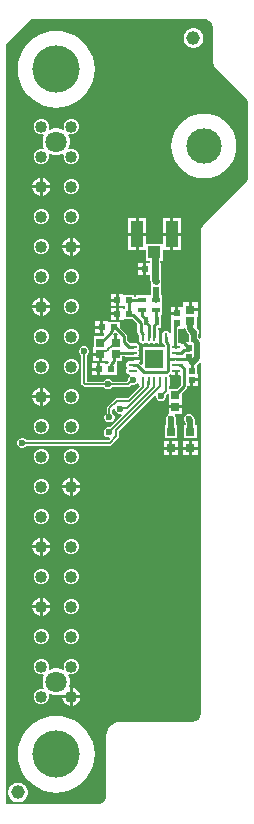
<source format=gbl>
G04*
G04 #@! TF.GenerationSoftware,Altium Limited,Altium Designer,23.1.1 (15)*
G04*
G04 Layer_Physical_Order=2*
G04 Layer_Color=16711680*
%FSLAX44Y44*%
%MOMM*%
G71*
G04*
G04 #@! TF.SameCoordinates,0AF84104-F659-47EF-A6CA-85AD17C22E92*
G04*
G04*
G04 #@! TF.FilePolarity,Positive*
G04*
G01*
G75*
%ADD11C,0.2000*%
%ADD12C,0.2540*%
%ADD16C,1.8000*%
%ADD17C,1.0200*%
%ADD20C,0.5000*%
%ADD21C,1.1520*%
%ADD22C,3.0000*%
%ADD23C,4.0000*%
%ADD24C,0.6000*%
%ADD25R,1.6000X1.5500*%
%ADD26O,0.7000X0.2500*%
%ADD27O,0.2500X0.7000*%
%ADD28R,0.5500X0.6000*%
%ADD29R,0.6500X0.3500*%
%ADD30R,0.3500X0.6500*%
%ADD31R,0.6153X0.5725*%
%ADD32R,0.4725X0.5153*%
%ADD33R,0.6725X0.7154*%
%ADD34R,0.5000X0.5000*%
%ADD35R,0.6000X0.5000*%
%ADD36R,0.7500X0.6500*%
%ADD37R,1.0000X1.0500*%
%ADD38R,1.0500X2.2000*%
%ADD39R,0.7000X0.7000*%
%ADD40R,0.7200X0.7600*%
%ADD41C,0.5632*%
%ADD42C,0.1500*%
G36*
X170000Y667410D02*
X170730D01*
X172162Y667126D01*
X173510Y666567D01*
X174724Y665756D01*
X175756Y664724D01*
X176567Y663510D01*
X177126Y662161D01*
X177410Y660730D01*
X177410Y660000D01*
Y634142D01*
X177423Y634079D01*
X177414Y634015D01*
X177462Y633035D01*
X177508Y632849D01*
Y632657D01*
X177891Y630734D01*
X177988Y630498D01*
X178038Y630248D01*
X178788Y628437D01*
X178930Y628225D01*
X179028Y627989D01*
X180117Y626359D01*
X180252Y626224D01*
X180351Y626059D01*
X181010Y625332D01*
X181062Y625294D01*
X181098Y625240D01*
X205240Y601098D01*
X205756Y600582D01*
X206567Y599368D01*
X207126Y598019D01*
X207410Y596588D01*
X207410Y595858D01*
X207410Y534142D01*
X207410Y533412D01*
X207126Y531981D01*
X206567Y530632D01*
X205756Y529418D01*
X205240Y528902D01*
X205240Y528902D01*
X171098Y494760D01*
X171062Y494706D01*
X171010Y494668D01*
X170351Y493941D01*
X170252Y493776D01*
X170117Y493641D01*
X169028Y492010D01*
X168930Y491775D01*
X168788Y491563D01*
X168038Y489752D01*
X167988Y489502D01*
X167891Y489266D01*
X167508Y487343D01*
Y487151D01*
X167462Y486965D01*
X167414Y485985D01*
X167423Y485921D01*
X167410Y485858D01*
Y397415D01*
X166140Y396889D01*
X165602Y397427D01*
X165171Y398467D01*
Y400801D01*
X165560Y401741D01*
Y403439D01*
X165040Y404696D01*
X164910Y405009D01*
X164719Y405238D01*
X164350Y405680D01*
X164350D01*
X164350Y405680D01*
Y414940D01*
X164890D01*
Y420010D01*
X158750D01*
Y421280D01*
X157480D01*
Y427620D01*
X152610D01*
Y425080D01*
X152610Y423810D01*
X148590D01*
Y418270D01*
X147320D01*
Y417000D01*
X142030D01*
Y412730D01*
X142570D01*
Y404770D01*
X142650D01*
Y401628D01*
X141380Y401503D01*
X141331Y401748D01*
X140613Y402823D01*
X139538Y403541D01*
X138270Y403794D01*
X137002Y403541D01*
X136393Y403135D01*
X136002Y403213D01*
X134749Y404050D01*
X134540Y404092D01*
Y398230D01*
Y392368D01*
X134749Y392410D01*
X135605Y392982D01*
X135877Y392869D01*
X136439Y392029D01*
X137110Y391357D01*
Y389480D01*
X118270D01*
Y375194D01*
X117097Y374708D01*
X115264Y376541D01*
X115180Y376597D01*
X114752Y376998D01*
X115590Y378251D01*
X115632Y378460D01*
X109770D01*
X103908D01*
X103950Y378251D01*
X104788Y376998D01*
X104865Y376607D01*
X104459Y375998D01*
X104206Y374730D01*
X104459Y373462D01*
X105177Y372387D01*
Y372073D01*
X104459Y370998D01*
X104206Y369730D01*
X104459Y368462D01*
X105177Y367387D01*
X106252Y366669D01*
X107202Y366480D01*
X107598Y365638D01*
X107648Y365146D01*
X106870Y364369D01*
X106220Y362799D01*
Y361818D01*
X104856Y360454D01*
X92563D01*
X92520Y360559D01*
X91319Y361760D01*
X89749Y362410D01*
X88051D01*
X86481Y361760D01*
X85280Y360559D01*
X85237Y360454D01*
X70894D01*
Y382417D01*
X70999Y382460D01*
X72200Y383661D01*
X72850Y385231D01*
Y386929D01*
X72200Y388499D01*
X70999Y389700D01*
X69429Y390350D01*
X67731D01*
X66161Y389700D01*
X64960Y388499D01*
X64310Y386929D01*
Y385231D01*
X64960Y383661D01*
X66161Y382460D01*
X66266Y382417D01*
Y359410D01*
X66442Y358524D01*
X66943Y357774D01*
X68214Y356503D01*
X68964Y356002D01*
X69850Y355826D01*
X85237D01*
X85280Y355721D01*
X86481Y354520D01*
X88051Y353870D01*
X89749D01*
X91319Y354520D01*
X92520Y355721D01*
X92563Y355826D01*
X105815D01*
X106700Y356002D01*
X107451Y356503D01*
X108925Y357977D01*
X109641Y357680D01*
X111339D01*
X112909Y358330D01*
X113686Y359108D01*
X114177Y359058D01*
X115020Y358662D01*
X115209Y357712D01*
X115927Y356637D01*
X115931Y356597D01*
X106008Y346674D01*
X96710D01*
X95824Y346498D01*
X95073Y345997D01*
X88533Y339457D01*
X88032Y338706D01*
X87856Y337820D01*
Y333863D01*
X87751Y333820D01*
X86550Y332619D01*
X85900Y331049D01*
Y329351D01*
X86550Y327781D01*
X87751Y326580D01*
X89321Y325930D01*
X91019D01*
X92589Y326580D01*
X93790Y327781D01*
X94440Y329351D01*
Y331049D01*
X93790Y332619D01*
X92589Y333820D01*
X92485Y333863D01*
Y336861D01*
X93700Y338076D01*
X94970Y337550D01*
Y336791D01*
X95619Y335222D01*
X96821Y334021D01*
X98390Y333371D01*
X100089D01*
X100205Y333419D01*
X100924Y332342D01*
X90337Y321754D01*
X90253Y321789D01*
X88554D01*
X86985Y321139D01*
X85784Y319938D01*
X85134Y318368D01*
Y316670D01*
X85784Y315100D01*
X86985Y313899D01*
X88554Y313249D01*
X90047D01*
X90453Y312686D01*
X90670Y312076D01*
X89518Y310924D01*
X20173D01*
X20130Y311029D01*
X18929Y312230D01*
X17359Y312880D01*
X15661D01*
X14091Y312230D01*
X12890Y311029D01*
X12240Y309459D01*
Y307761D01*
X12890Y306191D01*
X14091Y304990D01*
X15661Y304340D01*
X17359D01*
X18929Y304990D01*
X20130Y306191D01*
X20173Y306296D01*
X90477D01*
X91363Y306472D01*
X92114Y306973D01*
X97580Y312440D01*
X98082Y313191D01*
X98258Y314076D01*
Y318505D01*
X128250Y348497D01*
X129520Y347971D01*
Y347211D01*
X130170Y345642D01*
X131371Y344441D01*
X132940Y343791D01*
X134639D01*
X136208Y344441D01*
X137410Y345642D01*
X138060Y347211D01*
Y348910D01*
X138017Y349014D01*
X139418Y350416D01*
X140688Y349889D01*
Y345501D01*
X140148D01*
Y340654D01*
X146050D01*
X151952D01*
Y345501D01*
X151412D01*
Y350870D01*
X155371Y354829D01*
X155933Y355669D01*
X156130Y356660D01*
Y356858D01*
X158750D01*
Y361974D01*
X160020D01*
Y363244D01*
X164922D01*
Y367091D01*
X164382D01*
Y374122D01*
X164382Y374122D01*
X164382D01*
X164787Y375251D01*
X166140Y376604D01*
X167410Y376078D01*
X167410Y80000D01*
X167410Y79270D01*
X167125Y77839D01*
X166567Y76490D01*
X165756Y75276D01*
X164724Y74244D01*
X163510Y73433D01*
X162162Y72874D01*
X160730Y72590D01*
X160000D01*
X100000Y72590D01*
X99937Y72577D01*
X99873Y72586D01*
X98893Y72538D01*
X98707Y72492D01*
X98515D01*
X96592Y72109D01*
X96356Y72012D01*
X96106Y71962D01*
X94295Y71212D01*
X94083Y71070D01*
X93847Y70972D01*
X92217Y69883D01*
X92037Y69703D01*
X91825Y69561D01*
X90439Y68175D01*
X90297Y67963D01*
X90117Y67783D01*
X89028Y66153D01*
X88930Y65917D01*
X88788Y65705D01*
X88038Y63894D01*
X87988Y63644D01*
X87891Y63408D01*
X87508Y61485D01*
Y61293D01*
X87462Y61107D01*
X87414Y60127D01*
X87423Y60063D01*
X87410Y60000D01*
X87410Y9270D01*
X87126Y7838D01*
X86567Y6490D01*
X85756Y5276D01*
X84724Y4244D01*
X83510Y3433D01*
X82162Y2874D01*
X80730Y2590D01*
X2590D01*
Y646427D01*
X23573Y667410D01*
X170000Y667410D01*
D02*
G37*
G36*
X154356Y405526D02*
X154906Y405401D01*
X155199Y403930D01*
X156032Y402683D01*
X157053Y401662D01*
X157483Y400622D01*
Y398288D01*
X157094Y397349D01*
Y395650D01*
X157371Y394982D01*
X156522Y393712D01*
X152578D01*
Y392541D01*
X151627Y392175D01*
X151308Y392110D01*
X150288Y392791D01*
X149020Y393044D01*
X147830D01*
Y404770D01*
X152070D01*
Y405180D01*
X153150Y405680D01*
X154356Y405526D01*
D02*
G37*
G36*
X148040Y365866D02*
X149020D01*
X149680Y365997D01*
X150950Y365051D01*
Y357733D01*
X147750Y354532D01*
X140688D01*
X140584Y355760D01*
Y356618D01*
X140613Y356637D01*
X141331Y357712D01*
X141584Y358980D01*
Y363480D01*
X141331Y364748D01*
X140775Y365580D01*
X141369Y366729D01*
X141969Y366876D01*
X143041Y366160D01*
X144520Y365866D01*
X145500D01*
Y369730D01*
X148040D01*
Y365866D01*
D02*
G37*
%LPC*%
G36*
X162383Y659810D02*
X160197D01*
X158086Y659244D01*
X156194Y658152D01*
X154648Y656606D01*
X153556Y654714D01*
X152990Y652603D01*
Y650417D01*
X153556Y648306D01*
X154648Y646414D01*
X156194Y644868D01*
X158086Y643776D01*
X160197Y643210D01*
X162383D01*
X164494Y643776D01*
X166386Y644868D01*
X167932Y646414D01*
X169024Y648306D01*
X169590Y650417D01*
Y652603D01*
X169024Y654714D01*
X167932Y656606D01*
X166386Y658152D01*
X164494Y659244D01*
X162383Y659810D01*
D02*
G37*
G36*
X45000Y657505D02*
X39915Y657105D01*
X34955Y655914D01*
X30243Y653962D01*
X25894Y651297D01*
X22015Y647985D01*
X18703Y644106D01*
X16038Y639757D01*
X14086Y635045D01*
X12895Y630085D01*
X12495Y625000D01*
X12895Y619915D01*
X14086Y614955D01*
X16038Y610243D01*
X18703Y605894D01*
X22015Y602015D01*
X25894Y598703D01*
X30243Y596038D01*
X34955Y594086D01*
X39915Y592895D01*
X45000Y592495D01*
X50085Y592895D01*
X55045Y594086D01*
X59757Y596038D01*
X64106Y598703D01*
X67985Y602015D01*
X71297Y605894D01*
X73962Y610243D01*
X75914Y614955D01*
X77105Y619915D01*
X77505Y625000D01*
X77105Y630085D01*
X75914Y635045D01*
X73962Y639757D01*
X71297Y644106D01*
X67985Y647985D01*
X64106Y651297D01*
X59757Y653962D01*
X55045Y655914D01*
X50085Y657105D01*
X45000Y657505D01*
D02*
G37*
G36*
X58967Y582670D02*
X56433D01*
X54092Y581700D01*
X52300Y579908D01*
X51330Y577567D01*
Y575033D01*
X51491Y574644D01*
X50483Y573760D01*
X49454Y574353D01*
X46519Y575140D01*
X43481D01*
X40546Y574353D01*
X39517Y573760D01*
X38509Y574644D01*
X38670Y575033D01*
Y577567D01*
X37700Y579908D01*
X35908Y581700D01*
X33567Y582670D01*
X31033D01*
X28692Y581700D01*
X26900Y579908D01*
X25930Y577567D01*
Y575033D01*
X26900Y572692D01*
X28692Y570900D01*
X31033Y569930D01*
X33567D01*
X33956Y570091D01*
X34840Y569083D01*
X34246Y568054D01*
X33460Y565119D01*
Y562081D01*
X34246Y559146D01*
X34840Y558117D01*
X33956Y557109D01*
X33567Y557270D01*
X31033D01*
X28692Y556300D01*
X26900Y554508D01*
X25930Y552167D01*
Y549633D01*
X26900Y547292D01*
X28692Y545500D01*
X31033Y544530D01*
X33567D01*
X35908Y545500D01*
X37700Y547292D01*
X38670Y549633D01*
Y552167D01*
X38509Y552556D01*
X39517Y553440D01*
X40546Y552846D01*
X43481Y552060D01*
X46519D01*
X49454Y552846D01*
X50483Y553440D01*
X51491Y552556D01*
X51330Y552167D01*
Y549633D01*
X52300Y547292D01*
X54092Y545500D01*
X56433Y544530D01*
X58967D01*
X61308Y545500D01*
X63100Y547292D01*
X64070Y549633D01*
Y552167D01*
X63100Y554508D01*
X61308Y556300D01*
X58967Y557270D01*
X56433D01*
X56044Y557109D01*
X55160Y558117D01*
X55754Y559146D01*
X56540Y562081D01*
Y565119D01*
X55754Y568054D01*
X55160Y569083D01*
X56044Y570091D01*
X56433Y569930D01*
X58967D01*
X61308Y570900D01*
X63100Y572692D01*
X64070Y575033D01*
Y577567D01*
X63100Y579908D01*
X61308Y581700D01*
X58967Y582670D01*
D02*
G37*
G36*
X170000Y587490D02*
X165700Y587151D01*
X161505Y586144D01*
X157520Y584493D01*
X153842Y582240D01*
X150562Y579438D01*
X147760Y576158D01*
X145506Y572480D01*
X143856Y568495D01*
X142849Y564300D01*
X142510Y560000D01*
X142849Y555700D01*
X143856Y551505D01*
X145506Y547520D01*
X147760Y543842D01*
X150562Y540562D01*
X153842Y537760D01*
X157520Y535507D01*
X161505Y533856D01*
X165700Y532849D01*
X170000Y532510D01*
X174300Y532849D01*
X178495Y533856D01*
X182480Y535507D01*
X186158Y537760D01*
X189438Y540562D01*
X192240Y543842D01*
X194494Y547520D01*
X196144Y551505D01*
X197151Y555700D01*
X197490Y560000D01*
X197151Y564300D01*
X196144Y568495D01*
X194494Y572480D01*
X192240Y576158D01*
X189438Y579438D01*
X186158Y582240D01*
X182480Y584493D01*
X178495Y586144D01*
X174300Y587151D01*
X170000Y587490D01*
D02*
G37*
G36*
X33570Y533069D02*
Y526770D01*
X39869D01*
X39419Y528449D01*
X38414Y530191D01*
X36991Y531614D01*
X35249Y532619D01*
X33570Y533069D01*
D02*
G37*
G36*
X31030D02*
X29351Y532619D01*
X27609Y531614D01*
X26186Y530191D01*
X25181Y528449D01*
X24731Y526770D01*
X31030D01*
Y533069D01*
D02*
G37*
G36*
X58967Y531870D02*
X56433D01*
X54092Y530900D01*
X52300Y529108D01*
X51330Y526767D01*
Y524233D01*
X52300Y521892D01*
X54092Y520100D01*
X56433Y519130D01*
X58967D01*
X61308Y520100D01*
X63100Y521892D01*
X64070Y524233D01*
Y526767D01*
X63100Y529108D01*
X61308Y530900D01*
X58967Y531870D01*
D02*
G37*
G36*
X39869Y524230D02*
X33570D01*
Y517931D01*
X35249Y518381D01*
X36991Y519386D01*
X38414Y520809D01*
X39419Y522551D01*
X39869Y524230D01*
D02*
G37*
G36*
X31030D02*
X24731D01*
X25181Y522551D01*
X26186Y520809D01*
X27609Y519386D01*
X29351Y518381D01*
X31030Y517931D01*
Y524230D01*
D02*
G37*
G36*
X58967Y506470D02*
X56433D01*
X54092Y505500D01*
X52300Y503708D01*
X51330Y501367D01*
Y498833D01*
X52300Y496492D01*
X54092Y494700D01*
X56433Y493730D01*
X58967D01*
X61308Y494700D01*
X63100Y496492D01*
X64070Y498833D01*
Y501367D01*
X63100Y503708D01*
X61308Y505500D01*
X58967Y506470D01*
D02*
G37*
G36*
X33567D02*
X31033D01*
X28692Y505500D01*
X26900Y503708D01*
X25930Y501367D01*
Y498833D01*
X26900Y496492D01*
X28692Y494700D01*
X31033Y493730D01*
X33567D01*
X35908Y494700D01*
X37700Y496492D01*
X38670Y498833D01*
Y501367D01*
X37700Y503708D01*
X35908Y505500D01*
X33567Y506470D01*
D02*
G37*
G36*
X150810Y498680D02*
X144290D01*
Y486410D01*
X150810D01*
Y498680D01*
D02*
G37*
G36*
X141750D02*
X135230D01*
Y486410D01*
X141750D01*
Y498680D01*
D02*
G37*
G36*
X121310D02*
X114790D01*
Y486410D01*
X121310D01*
Y498680D01*
D02*
G37*
G36*
X112250D02*
X105730D01*
Y486410D01*
X112250D01*
Y498680D01*
D02*
G37*
G36*
X141750Y483870D02*
X135230D01*
Y477140D01*
X121310D01*
Y483870D01*
X114790D01*
Y471600D01*
X121270D01*
Y462640D01*
X124342D01*
Y461332D01*
X121444D01*
Y455930D01*
Y450528D01*
X124841D01*
Y446279D01*
X124841Y446279D01*
X125158Y444685D01*
X125178Y444655D01*
Y433598D01*
X124290Y433450D01*
X123360D01*
X123020Y433450D01*
X112860D01*
Y432070D01*
X111100D01*
Y433760D01*
X102686Y433760D01*
X101640Y434300D01*
X101054Y434300D01*
X97870D01*
Y429260D01*
Y424220D01*
X101640D01*
X102686Y424760D01*
X103112Y424760D01*
X103560Y424312D01*
Y422778D01*
X103112Y422330D01*
X102686Y422330D01*
X101640Y422870D01*
X101054Y422870D01*
X97870D01*
Y417830D01*
Y412790D01*
X101640D01*
X102686Y413330D01*
X109882Y413330D01*
X113870Y409342D01*
Y402250D01*
X114067Y401259D01*
X114629Y400419D01*
X114956Y400091D01*
Y395980D01*
X115209Y394712D01*
X115927Y393637D01*
X117002Y392919D01*
X118270Y392666D01*
X119538Y392919D01*
X119774Y393076D01*
X120770Y393561D01*
X121766Y393076D01*
X122002Y392919D01*
X123270Y392666D01*
X124538Y392919D01*
X124774Y393076D01*
X125770Y393561D01*
X126766Y393076D01*
X127002Y392919D01*
X128270Y392666D01*
X129538Y392919D01*
X130147Y393325D01*
X130538Y393247D01*
X131791Y392410D01*
X132000Y392368D01*
Y398230D01*
Y404191D01*
X130860Y404839D01*
Y406230D01*
X133730D01*
Y416730D01*
X134702Y417450D01*
X134790D01*
Y424680D01*
X134790Y424950D01*
Y425950D01*
X134790Y426220D01*
Y433450D01*
X133902Y433598D01*
Y441169D01*
Y449831D01*
X133902Y450322D01*
X133902D01*
X133822Y451068D01*
X133822D01*
Y460792D01*
X132674D01*
Y462640D01*
X135270D01*
Y471600D01*
X141750D01*
Y483870D01*
D02*
G37*
G36*
X58970Y482269D02*
Y475970D01*
X65269D01*
X64819Y477649D01*
X63814Y479391D01*
X62391Y480813D01*
X60649Y481819D01*
X58970Y482269D01*
D02*
G37*
G36*
X56430D02*
X54751Y481819D01*
X53009Y480813D01*
X51586Y479391D01*
X50581Y477649D01*
X50131Y475970D01*
X56430D01*
Y482269D01*
D02*
G37*
G36*
X150810Y483870D02*
X144290D01*
Y471600D01*
X150810D01*
Y483870D01*
D02*
G37*
G36*
X112250D02*
X105730D01*
Y471600D01*
X112250D01*
Y483870D01*
D02*
G37*
G36*
X33567Y481070D02*
X31033D01*
X28692Y480100D01*
X26900Y478308D01*
X25930Y475967D01*
Y473433D01*
X26900Y471092D01*
X28692Y469300D01*
X31033Y468330D01*
X33567D01*
X35908Y469300D01*
X37700Y471092D01*
X38670Y473433D01*
Y475967D01*
X37700Y478308D01*
X35908Y480100D01*
X33567Y481070D01*
D02*
G37*
G36*
X65269Y473430D02*
X58970D01*
Y467131D01*
X60649Y467581D01*
X62391Y468587D01*
X63814Y470009D01*
X64819Y471751D01*
X65269Y473430D01*
D02*
G37*
G36*
X56430D02*
X50131D01*
X50581Y471751D01*
X51586Y470009D01*
X53009Y468587D01*
X54751Y467581D01*
X56430Y467131D01*
Y473430D01*
D02*
G37*
G36*
X118904Y461332D02*
X114558D01*
Y457200D01*
X118904D01*
Y461332D01*
D02*
G37*
G36*
Y454660D02*
X114558D01*
Y450528D01*
X118904D01*
Y454660D01*
D02*
G37*
G36*
X58967Y455670D02*
X56433D01*
X54092Y454700D01*
X52300Y452908D01*
X51330Y450567D01*
Y448033D01*
X52300Y445692D01*
X54092Y443900D01*
X56433Y442930D01*
X58967D01*
X61308Y443900D01*
X63100Y445692D01*
X64070Y448033D01*
Y450567D01*
X63100Y452908D01*
X61308Y454700D01*
X58967Y455670D01*
D02*
G37*
G36*
X33567D02*
X31033D01*
X28692Y454700D01*
X26900Y452908D01*
X25930Y450567D01*
Y448033D01*
X26900Y445692D01*
X28692Y443900D01*
X31033Y442930D01*
X33567D01*
X35908Y443900D01*
X37700Y445692D01*
X38670Y448033D01*
Y450567D01*
X37700Y452908D01*
X35908Y454700D01*
X33567Y455670D01*
D02*
G37*
G36*
X95330Y434300D02*
X91560D01*
Y430530D01*
X95330D01*
Y434300D01*
D02*
G37*
G36*
X33570Y431469D02*
Y425170D01*
X39869D01*
X39419Y426849D01*
X38414Y428591D01*
X36991Y430014D01*
X35249Y431019D01*
X33570Y431469D01*
D02*
G37*
G36*
X31030D02*
X29351Y431019D01*
X27609Y430014D01*
X26186Y428591D01*
X25181Y426849D01*
X24731Y425170D01*
X31030D01*
Y431469D01*
D02*
G37*
G36*
X95330Y427990D02*
X91560D01*
Y424220D01*
X95330D01*
Y427990D01*
D02*
G37*
G36*
X164890Y427620D02*
X160020D01*
Y422550D01*
X164890D01*
Y427620D01*
D02*
G37*
G36*
X146050Y423810D02*
X142030D01*
Y419540D01*
X146050D01*
Y423810D01*
D02*
G37*
G36*
X95330Y422870D02*
X91560D01*
Y419100D01*
X95330D01*
Y422870D01*
D02*
G37*
G36*
X58967Y430270D02*
X56433D01*
X54092Y429300D01*
X52300Y427508D01*
X51330Y425167D01*
Y422633D01*
X52300Y420292D01*
X54092Y418500D01*
X56433Y417530D01*
X58967D01*
X61308Y418500D01*
X63100Y420292D01*
X64070Y422633D01*
Y425167D01*
X63100Y427508D01*
X61308Y429300D01*
X58967Y430270D01*
D02*
G37*
G36*
X39869Y422630D02*
X33570D01*
Y416331D01*
X35249Y416781D01*
X36991Y417786D01*
X38414Y419209D01*
X39419Y420951D01*
X39869Y422630D01*
D02*
G37*
G36*
X31030D02*
X24731D01*
X25181Y420951D01*
X26186Y419209D01*
X27609Y417786D01*
X29351Y416781D01*
X31030Y416331D01*
Y422630D01*
D02*
G37*
G36*
X95330Y416560D02*
X91560D01*
Y412790D01*
X95330D01*
Y416560D01*
D02*
G37*
G36*
X82130Y411440D02*
X77860D01*
Y407670D01*
X82130D01*
Y411440D01*
D02*
G37*
G36*
Y405130D02*
X77860D01*
Y401360D01*
X82130D01*
Y405130D01*
D02*
G37*
G36*
X58967Y404870D02*
X56433D01*
X54092Y403900D01*
X52300Y402108D01*
X51330Y399767D01*
Y397233D01*
X52300Y394892D01*
X54092Y393100D01*
X56433Y392130D01*
X58967D01*
X61308Y393100D01*
X63100Y394892D01*
X64070Y397233D01*
Y399767D01*
X63100Y402108D01*
X61308Y403900D01*
X58967Y404870D01*
D02*
G37*
G36*
X33567D02*
X31033D01*
X28692Y403900D01*
X26900Y402108D01*
X25930Y399767D01*
Y397233D01*
X26900Y394892D01*
X28692Y393100D01*
X31033Y392130D01*
X33567D01*
X35908Y393100D01*
X37700Y394892D01*
X38670Y397233D01*
Y399767D01*
X37700Y402108D01*
X35908Y403900D01*
X33567Y404870D01*
D02*
G37*
G36*
X88940Y411440D02*
X88940Y411440D01*
X84670D01*
Y406400D01*
Y401360D01*
X85318D01*
X85804Y400187D01*
X84487Y398870D01*
X76650D01*
Y389410D01*
X76110D01*
Y384890D01*
X82400D01*
Y383620D01*
X83670D01*
Y377830D01*
X88627D01*
X89541Y376913D01*
X89467Y376802D01*
X89270Y375811D01*
X88799Y375340D01*
X87446Y375340D01*
X86400Y375880D01*
X85814Y375880D01*
X82130D01*
Y370840D01*
Y365800D01*
X86400D01*
X87446Y366340D01*
X87670Y366340D01*
X96860D01*
Y375340D01*
X96728D01*
X96191Y376610D01*
X96490Y377057D01*
X96687Y378048D01*
Y378370D01*
X101150D01*
Y382120D01*
X103148D01*
X103792Y381000D01*
X109770D01*
X115632D01*
X115590Y381209D01*
X114753Y382462D01*
X114675Y382853D01*
X115081Y383462D01*
X115334Y384730D01*
X115081Y385998D01*
X114363Y387073D01*
Y387387D01*
X115081Y388462D01*
X115334Y389730D01*
X115081Y390998D01*
X114363Y392073D01*
X113288Y392791D01*
X112020Y393044D01*
X107520D01*
X107244Y392989D01*
X105010Y395223D01*
Y398880D01*
X104813Y399871D01*
X104251Y400711D01*
X99400Y405563D01*
Y410900D01*
X89986D01*
X88940Y411440D01*
X88940Y411440D01*
D02*
G37*
G36*
X81130Y382350D02*
X76110D01*
Y377830D01*
X81130D01*
Y382350D01*
D02*
G37*
G36*
X79590Y375880D02*
X75320D01*
Y372110D01*
X79590D01*
Y375880D01*
D02*
G37*
G36*
X58967Y379470D02*
X56433D01*
X54092Y378500D01*
X52300Y376708D01*
X51330Y374367D01*
Y371833D01*
X52300Y369492D01*
X54092Y367700D01*
X56433Y366730D01*
X58967D01*
X61308Y367700D01*
X63100Y369492D01*
X64070Y371833D01*
Y374367D01*
X63100Y376708D01*
X61308Y378500D01*
X58967Y379470D01*
D02*
G37*
G36*
X33567D02*
X31033D01*
X28692Y378500D01*
X26900Y376708D01*
X25930Y374367D01*
Y371833D01*
X26900Y369492D01*
X28692Y367700D01*
X31033Y366730D01*
X33567D01*
X35908Y367700D01*
X37700Y369492D01*
X38670Y371833D01*
Y374367D01*
X37700Y376708D01*
X35908Y378500D01*
X33567Y379470D01*
D02*
G37*
G36*
X79590Y369570D02*
X75320D01*
Y365800D01*
X79590D01*
Y369570D01*
D02*
G37*
G36*
X164922Y360704D02*
X161290D01*
Y356858D01*
X164922D01*
Y360704D01*
D02*
G37*
G36*
X33570Y355269D02*
Y348970D01*
X39869D01*
X39419Y350649D01*
X38414Y352391D01*
X36991Y353814D01*
X35249Y354819D01*
X33570Y355269D01*
D02*
G37*
G36*
X31030D02*
X29351Y354819D01*
X27609Y353814D01*
X26186Y352391D01*
X25181Y350649D01*
X24731Y348970D01*
X31030D01*
Y355269D01*
D02*
G37*
G36*
X58967Y354070D02*
X56433D01*
X54092Y353100D01*
X52300Y351308D01*
X51330Y348967D01*
Y346433D01*
X52300Y344092D01*
X54092Y342300D01*
X56433Y341330D01*
X58967D01*
X61308Y342300D01*
X63100Y344092D01*
X64070Y346433D01*
Y348967D01*
X63100Y351308D01*
X61308Y353100D01*
X58967Y354070D01*
D02*
G37*
G36*
X39869Y346430D02*
X33570D01*
Y340131D01*
X35249Y340581D01*
X36991Y341586D01*
X38414Y343009D01*
X39419Y344751D01*
X39869Y346430D01*
D02*
G37*
G36*
X31030D02*
X24731D01*
X25181Y344751D01*
X26186Y343009D01*
X27609Y341586D01*
X29351Y340581D01*
X31030Y340131D01*
Y346430D01*
D02*
G37*
G36*
X58967Y328670D02*
X56433D01*
X54092Y327700D01*
X52300Y325908D01*
X51330Y323567D01*
Y321033D01*
X52300Y318692D01*
X54092Y316900D01*
X56433Y315930D01*
X58967D01*
X61308Y316900D01*
X63100Y318692D01*
X64070Y321033D01*
Y323567D01*
X63100Y325908D01*
X61308Y327700D01*
X58967Y328670D01*
D02*
G37*
G36*
X33567D02*
X31033D01*
X28692Y327700D01*
X26900Y325908D01*
X25930Y323567D01*
Y321033D01*
X26900Y318692D01*
X28692Y316900D01*
X31033Y315930D01*
X33567D01*
X35908Y316900D01*
X37700Y318692D01*
X38670Y321033D01*
Y323567D01*
X37700Y325908D01*
X35908Y327700D01*
X33567Y328670D01*
D02*
G37*
G36*
X158329Y333200D02*
X156631D01*
X155061Y332550D01*
X153860Y331349D01*
X153210Y329779D01*
Y328081D01*
X153860Y326511D01*
X154906Y325465D01*
Y323650D01*
X153250D01*
Y312650D01*
X164250D01*
Y323650D01*
X162594D01*
Y327389D01*
X162594Y327389D01*
X162301Y328860D01*
X161750Y329685D01*
Y329779D01*
X161100Y331349D01*
X159899Y332550D01*
X158329Y333200D01*
D02*
G37*
G36*
X151952Y338114D02*
X146050D01*
X140148D01*
X140148Y333685D01*
X139922Y332900D01*
X139526Y332255D01*
X138620Y331349D01*
X137970Y329779D01*
Y328081D01*
X138396Y327052D01*
Y323650D01*
X136740D01*
Y312650D01*
X147740D01*
Y323650D01*
X146084D01*
Y327052D01*
X146510Y328081D01*
Y329779D01*
X145860Y331349D01*
X145211Y331998D01*
X145737Y333268D01*
X151952D01*
Y338114D01*
D02*
G37*
G36*
X164790Y310190D02*
X160020D01*
Y305420D01*
X164790D01*
Y310190D01*
D02*
G37*
G36*
X148280D02*
X143510D01*
Y305420D01*
X148280D01*
Y310190D01*
D02*
G37*
G36*
X157480D02*
X152710D01*
Y305420D01*
X157480D01*
Y310190D01*
D02*
G37*
G36*
X140970D02*
X136200D01*
Y305420D01*
X140970D01*
Y310190D01*
D02*
G37*
G36*
X164790Y302880D02*
X160020D01*
Y298110D01*
X164790D01*
Y302880D01*
D02*
G37*
G36*
X157480D02*
X152710D01*
Y298110D01*
X157480D01*
Y302880D01*
D02*
G37*
G36*
X148280D02*
X143510D01*
Y298110D01*
X148280D01*
Y302880D01*
D02*
G37*
G36*
X140970D02*
X136200D01*
Y298110D01*
X140970D01*
Y302880D01*
D02*
G37*
G36*
X58967Y303270D02*
X56433D01*
X54092Y302300D01*
X52300Y300508D01*
X51330Y298167D01*
Y295633D01*
X52300Y293292D01*
X54092Y291500D01*
X56433Y290530D01*
X58967D01*
X61308Y291500D01*
X63100Y293292D01*
X64070Y295633D01*
Y298167D01*
X63100Y300508D01*
X61308Y302300D01*
X58967Y303270D01*
D02*
G37*
G36*
X33567D02*
X31033D01*
X28692Y302300D01*
X26900Y300508D01*
X25930Y298167D01*
Y295633D01*
X26900Y293292D01*
X28692Y291500D01*
X31033Y290530D01*
X33567D01*
X35908Y291500D01*
X37700Y293292D01*
X38670Y295633D01*
Y298167D01*
X37700Y300508D01*
X35908Y302300D01*
X33567Y303270D01*
D02*
G37*
G36*
X58970Y279069D02*
Y272770D01*
X65269D01*
X64819Y274449D01*
X63814Y276191D01*
X62391Y277614D01*
X60649Y278619D01*
X58970Y279069D01*
D02*
G37*
G36*
X56430D02*
X54751Y278619D01*
X53009Y277614D01*
X51586Y276191D01*
X50581Y274449D01*
X50131Y272770D01*
X56430D01*
Y279069D01*
D02*
G37*
G36*
X33567Y277870D02*
X31033D01*
X28692Y276900D01*
X26900Y275108D01*
X25930Y272767D01*
Y270233D01*
X26900Y267892D01*
X28692Y266100D01*
X31033Y265130D01*
X33567D01*
X35908Y266100D01*
X37700Y267892D01*
X38670Y270233D01*
Y272767D01*
X37700Y275108D01*
X35908Y276900D01*
X33567Y277870D01*
D02*
G37*
G36*
X65269Y270230D02*
X58970D01*
Y263931D01*
X60649Y264381D01*
X62391Y265387D01*
X63814Y266809D01*
X64819Y268551D01*
X65269Y270230D01*
D02*
G37*
G36*
X56430D02*
X50131D01*
X50581Y268551D01*
X51586Y266809D01*
X53009Y265387D01*
X54751Y264381D01*
X56430Y263931D01*
Y270230D01*
D02*
G37*
G36*
X58967Y252470D02*
X56433D01*
X54092Y251500D01*
X52300Y249708D01*
X51330Y247367D01*
Y244833D01*
X52300Y242492D01*
X54092Y240700D01*
X56433Y239730D01*
X58967D01*
X61308Y240700D01*
X63100Y242492D01*
X64070Y244833D01*
Y247367D01*
X63100Y249708D01*
X61308Y251500D01*
X58967Y252470D01*
D02*
G37*
G36*
X33567D02*
X31033D01*
X28692Y251500D01*
X26900Y249708D01*
X25930Y247367D01*
Y244833D01*
X26900Y242492D01*
X28692Y240700D01*
X31033Y239730D01*
X33567D01*
X35908Y240700D01*
X37700Y242492D01*
X38670Y244833D01*
Y247367D01*
X37700Y249708D01*
X35908Y251500D01*
X33567Y252470D01*
D02*
G37*
G36*
X33570Y228269D02*
Y221970D01*
X39869D01*
X39419Y223649D01*
X38414Y225391D01*
X36991Y226814D01*
X35249Y227819D01*
X33570Y228269D01*
D02*
G37*
G36*
X31030D02*
X29351Y227819D01*
X27609Y226814D01*
X26186Y225391D01*
X25181Y223649D01*
X24731Y221970D01*
X31030D01*
Y228269D01*
D02*
G37*
G36*
X58967Y227070D02*
X56433D01*
X54092Y226100D01*
X52300Y224308D01*
X51330Y221967D01*
Y219433D01*
X52300Y217092D01*
X54092Y215300D01*
X56433Y214330D01*
X58967D01*
X61308Y215300D01*
X63100Y217092D01*
X64070Y219433D01*
Y221967D01*
X63100Y224308D01*
X61308Y226100D01*
X58967Y227070D01*
D02*
G37*
G36*
X39869Y219430D02*
X33570D01*
Y213131D01*
X35249Y213581D01*
X36991Y214587D01*
X38414Y216009D01*
X39419Y217751D01*
X39869Y219430D01*
D02*
G37*
G36*
X31030D02*
X24731D01*
X25181Y217751D01*
X26186Y216009D01*
X27609Y214587D01*
X29351Y213581D01*
X31030Y213131D01*
Y219430D01*
D02*
G37*
G36*
X58967Y201670D02*
X56433D01*
X54092Y200700D01*
X52300Y198908D01*
X51330Y196567D01*
Y194033D01*
X52300Y191692D01*
X54092Y189900D01*
X56433Y188930D01*
X58967D01*
X61308Y189900D01*
X63100Y191692D01*
X64070Y194033D01*
Y196567D01*
X63100Y198908D01*
X61308Y200700D01*
X58967Y201670D01*
D02*
G37*
G36*
X33567D02*
X31033D01*
X28692Y200700D01*
X26900Y198908D01*
X25930Y196567D01*
Y194033D01*
X26900Y191692D01*
X28692Y189900D01*
X31033Y188930D01*
X33567D01*
X35908Y189900D01*
X37700Y191692D01*
X38670Y194033D01*
Y196567D01*
X37700Y198908D01*
X35908Y200700D01*
X33567Y201670D01*
D02*
G37*
G36*
X33570Y177469D02*
Y171170D01*
X39869D01*
X39419Y172849D01*
X38414Y174591D01*
X36991Y176014D01*
X35249Y177019D01*
X33570Y177469D01*
D02*
G37*
G36*
X31030D02*
X29351Y177019D01*
X27609Y176014D01*
X26186Y174591D01*
X25181Y172849D01*
X24731Y171170D01*
X31030D01*
Y177469D01*
D02*
G37*
G36*
X58967Y176270D02*
X56433D01*
X54092Y175300D01*
X52300Y173508D01*
X51330Y171167D01*
Y168633D01*
X52300Y166292D01*
X54092Y164500D01*
X56433Y163530D01*
X58967D01*
X61308Y164500D01*
X63100Y166292D01*
X64070Y168633D01*
Y171167D01*
X63100Y173508D01*
X61308Y175300D01*
X58967Y176270D01*
D02*
G37*
G36*
X39869Y168630D02*
X33570D01*
Y162331D01*
X35249Y162781D01*
X36991Y163787D01*
X38414Y165209D01*
X39419Y166951D01*
X39869Y168630D01*
D02*
G37*
G36*
X31030D02*
X24731D01*
X25181Y166951D01*
X26186Y165209D01*
X27609Y163787D01*
X29351Y162781D01*
X31030Y162331D01*
Y168630D01*
D02*
G37*
G36*
X58967Y150870D02*
X56433D01*
X54092Y149900D01*
X52300Y148108D01*
X51330Y145767D01*
Y143233D01*
X52300Y140892D01*
X54092Y139100D01*
X56433Y138130D01*
X58967D01*
X61308Y139100D01*
X63100Y140892D01*
X64070Y143233D01*
Y145767D01*
X63100Y148108D01*
X61308Y149900D01*
X58967Y150870D01*
D02*
G37*
G36*
X33567D02*
X31033D01*
X28692Y149900D01*
X26900Y148108D01*
X25930Y145767D01*
Y143233D01*
X26900Y140892D01*
X28692Y139100D01*
X31033Y138130D01*
X33567D01*
X35908Y139100D01*
X37700Y140892D01*
X38670Y143233D01*
Y145767D01*
X37700Y148108D01*
X35908Y149900D01*
X33567Y150870D01*
D02*
G37*
G36*
X58967Y125470D02*
X56433D01*
X54092Y124500D01*
X52300Y122708D01*
X51330Y120367D01*
Y117833D01*
X51491Y117444D01*
X50483Y116560D01*
X49454Y117154D01*
X46519Y117940D01*
X43481D01*
X40546Y117154D01*
X39517Y116560D01*
X38509Y117444D01*
X38670Y117833D01*
Y120367D01*
X37700Y122708D01*
X35908Y124500D01*
X33567Y125470D01*
X31033D01*
X28692Y124500D01*
X26900Y122708D01*
X25930Y120367D01*
Y117833D01*
X26900Y115492D01*
X28692Y113700D01*
X31033Y112730D01*
X33567D01*
X33956Y112891D01*
X34840Y111883D01*
X34246Y110854D01*
X33460Y107919D01*
Y104881D01*
X34246Y101946D01*
X34840Y100917D01*
X33956Y99909D01*
X33567Y100070D01*
X31033D01*
X28692Y99100D01*
X26900Y97308D01*
X25930Y94967D01*
Y92433D01*
X26900Y90092D01*
X28692Y88300D01*
X31033Y87330D01*
X33567D01*
X35908Y88300D01*
X37700Y90092D01*
X38670Y92433D01*
Y94967D01*
X38509Y95356D01*
X39517Y96240D01*
X40546Y95646D01*
X43481Y94860D01*
X46519D01*
X48962Y95514D01*
X49701Y94970D01*
X56430D01*
Y101699D01*
X55886Y102438D01*
X56540Y104881D01*
Y107919D01*
X55754Y110854D01*
X55160Y111883D01*
X56044Y112891D01*
X56433Y112730D01*
X58967D01*
X61308Y113700D01*
X63100Y115492D01*
X64070Y117833D01*
Y120367D01*
X63100Y122708D01*
X61308Y124500D01*
X58967Y125470D01*
D02*
G37*
G36*
X58970Y101269D02*
Y94970D01*
X65269D01*
X64819Y96649D01*
X63814Y98391D01*
X62391Y99813D01*
X60649Y100819D01*
X58970Y101269D01*
D02*
G37*
G36*
X65269Y92430D02*
X58970D01*
Y86131D01*
X60649Y86581D01*
X62391Y87586D01*
X63814Y89009D01*
X64819Y90751D01*
X65269Y92430D01*
D02*
G37*
G36*
X56430D02*
X50131D01*
X50581Y90751D01*
X51586Y89009D01*
X53009Y87586D01*
X54751Y86581D01*
X56430Y86131D01*
Y92430D01*
D02*
G37*
G36*
X45000Y77505D02*
X39915Y77105D01*
X34955Y75914D01*
X30243Y73962D01*
X25894Y71297D01*
X22015Y67985D01*
X18703Y64106D01*
X16038Y59757D01*
X14086Y55045D01*
X12895Y50085D01*
X12495Y45000D01*
X12895Y39915D01*
X14086Y34955D01*
X16038Y30243D01*
X18703Y25894D01*
X22015Y22015D01*
X25894Y18703D01*
X30243Y16038D01*
X34955Y14086D01*
X39915Y12895D01*
X45000Y12495D01*
X50085Y12895D01*
X55045Y14086D01*
X59757Y16038D01*
X64106Y18703D01*
X67985Y22015D01*
X71297Y25894D01*
X73962Y30243D01*
X75914Y34955D01*
X77105Y39915D01*
X77505Y45000D01*
X77105Y50085D01*
X75914Y55045D01*
X73962Y59757D01*
X71297Y64106D01*
X67985Y67985D01*
X64106Y71297D01*
X59757Y73962D01*
X55045Y75914D01*
X50085Y77105D01*
X45000Y77505D01*
D02*
G37*
G36*
X13793Y21000D02*
X11607D01*
X9496Y20434D01*
X7604Y19342D01*
X6058Y17796D01*
X4966Y15904D01*
X4400Y13793D01*
Y11607D01*
X4966Y9496D01*
X6058Y7604D01*
X7604Y6058D01*
X9496Y4966D01*
X11607Y4400D01*
X13793D01*
X15904Y4966D01*
X17796Y6058D01*
X19342Y7604D01*
X20434Y9496D01*
X21000Y11607D01*
Y13793D01*
X20434Y15904D01*
X19342Y17796D01*
X17796Y19342D01*
X15904Y20434D01*
X13793Y21000D01*
D02*
G37*
%LPD*%
G36*
X97054Y400583D02*
X96670Y399656D01*
Y393620D01*
X94130D01*
Y399410D01*
X94012D01*
X93526Y400583D01*
X94501Y401559D01*
X94568Y401658D01*
X95894Y401743D01*
X97054Y400583D01*
D02*
G37*
D11*
X133790Y348061D02*
X138270Y352541D01*
Y361230D01*
X89404Y317519D02*
Y317548D01*
X16510Y308610D02*
X90477D01*
X89404Y317548D02*
X128174Y356319D01*
X90477Y308610D02*
X95943Y314076D01*
Y319464D02*
X133270Y356790D01*
Y361230D01*
X106967Y344360D02*
X118270Y355663D01*
X128174Y356319D02*
Y361134D01*
X118270Y355663D02*
Y361230D01*
X123174Y355943D02*
Y361134D01*
X105239Y338008D02*
X123174Y355943D01*
X95943Y314076D02*
Y319464D01*
X69850Y358140D02*
X105815D01*
X68580Y359410D02*
X69850Y358140D01*
X109625Y361950D02*
X110490D01*
X105815Y358140D02*
X109625Y361950D01*
X99607Y338008D02*
X105239D01*
X96710Y344360D02*
X106967D01*
X90170Y337820D02*
X96710Y344360D01*
X99240Y337640D02*
X99607Y338008D01*
X90170Y330200D02*
Y337820D01*
X123174Y361134D02*
X123270Y361230D01*
X128174Y361134D02*
X128270Y361230D01*
X68580Y359410D02*
Y386080D01*
D12*
X146220Y369730D02*
X146770D01*
X145630Y361950D02*
X146200Y362520D01*
Y369710D01*
X146220Y369730D01*
X149000Y374710D02*
X149460Y374250D01*
X146050Y349170D02*
X153540Y356660D01*
X149460Y374250D02*
X150892D01*
X153540Y356660D02*
Y371602D01*
X146050Y348956D02*
Y349170D01*
X150892Y374250D02*
X153540Y371602D01*
X116460Y402250D02*
X118250Y400460D01*
X110274Y416600D02*
X116460Y410415D01*
X107830Y416600D02*
X110274D01*
X106600Y417830D02*
Y419060D01*
Y417830D02*
X107830Y416600D01*
X106600Y419060D02*
Y429260D01*
X116460Y402250D02*
Y410415D01*
X117890Y429480D02*
X118110Y429700D01*
X106820Y429480D02*
X117890D01*
X106600Y429260D02*
X106820Y429480D01*
X118110Y416350D02*
X121000Y413460D01*
Y412188D02*
X121594Y411594D01*
X121000Y412188D02*
Y413460D01*
X118110Y416350D02*
Y421200D01*
X129540D02*
X129760Y420980D01*
Y411700D02*
X129980Y411480D01*
X129760Y411700D02*
Y420980D01*
X129980Y409980D02*
Y411480D01*
X128270Y408270D02*
X129980Y409980D01*
X128270Y398230D02*
Y408270D01*
X121480Y409980D02*
X123270Y408190D01*
Y398230D02*
Y408190D01*
X129540Y429700D02*
X129825Y429985D01*
X102420Y394150D02*
X106840Y389730D01*
X102420Y394150D02*
Y398880D01*
X106840Y389730D02*
X109770D01*
X94900Y406400D02*
X102420Y398880D01*
X109790Y374710D02*
X113432D01*
X139700Y378291D02*
Y392430D01*
Y369911D02*
Y378291D01*
X109770Y374730D02*
X109790Y374710D01*
X109770Y374730D02*
X112950D01*
X119719Y368424D02*
X138212D01*
X113432Y374710D02*
X119719Y368424D01*
X138212D02*
X139700Y369911D01*
X133290Y398250D02*
Y402530D01*
X138430Y407670D01*
X133270Y398230D02*
X133290Y398250D01*
X153062Y393228D02*
X157480Y388810D01*
X153062Y393228D02*
Y395578D01*
X152400Y396240D02*
X153062Y395578D01*
X157480Y388596D02*
Y388810D01*
X152971Y387289D02*
X156388D01*
X157480Y388381D01*
Y388596D01*
X146770Y384730D02*
X146790Y384750D01*
X150432D01*
X152971Y387289D01*
X109750Y379710D02*
X109770Y379730D01*
X105390Y379710D02*
X109750D01*
X100330Y374650D02*
X105390Y379710D01*
X91860Y375811D02*
X94097Y378048D01*
X91860Y370840D02*
Y375811D01*
X156210Y379730D02*
X160020Y375920D01*
X145260Y389730D02*
X146770D01*
X145240Y389750D02*
X145260Y389730D01*
X145240Y407440D02*
X147320Y409520D01*
X145240Y389750D02*
Y407440D01*
X147320Y409520D02*
Y409770D01*
X160020Y369546D02*
Y375920D01*
X146770Y379730D02*
X156210D01*
X94097Y382317D02*
X96490Y384710D01*
X94097Y378048D02*
Y382317D01*
X138270Y393860D02*
Y398230D01*
Y393860D02*
X139700Y392430D01*
X140584Y379710D02*
X144540D01*
X139700Y378291D02*
X140584Y379175D01*
X93900Y406400D02*
X94900D01*
X92670Y403390D02*
Y405170D01*
X93900Y406400D01*
X96490Y384710D02*
X109750D01*
X109770Y384730D01*
X82400Y393620D02*
X82900D01*
X92670Y403390D01*
D16*
X45000Y563600D02*
D03*
Y106400D02*
D03*
D17*
X32300Y576300D02*
D03*
Y550900D02*
D03*
Y525500D02*
D03*
Y500100D02*
D03*
Y474700D02*
D03*
Y449300D02*
D03*
Y423900D02*
D03*
Y398500D02*
D03*
Y373100D02*
D03*
Y347700D02*
D03*
Y322300D02*
D03*
Y296900D02*
D03*
Y271500D02*
D03*
Y246100D02*
D03*
Y220700D02*
D03*
Y195300D02*
D03*
Y169900D02*
D03*
Y144500D02*
D03*
Y119100D02*
D03*
Y93700D02*
D03*
X57700Y144500D02*
D03*
Y119100D02*
D03*
Y93700D02*
D03*
Y576300D02*
D03*
Y550900D02*
D03*
Y525500D02*
D03*
Y500100D02*
D03*
Y474700D02*
D03*
Y449300D02*
D03*
Y423900D02*
D03*
Y398500D02*
D03*
Y373100D02*
D03*
Y347700D02*
D03*
Y322300D02*
D03*
Y296900D02*
D03*
Y271500D02*
D03*
Y246100D02*
D03*
Y220700D02*
D03*
Y195300D02*
D03*
Y169900D02*
D03*
D20*
X129540Y429700D02*
Y438174D01*
X160020Y375920D02*
X164460Y380360D01*
X158750Y405401D02*
Y411480D01*
Y405401D02*
X161290Y402861D01*
X161327Y396586D02*
Y402553D01*
X161290Y402590D02*
X161327Y402553D01*
X161290Y402590D02*
Y402861D01*
X164460Y380360D02*
Y393133D01*
X161364Y396229D02*
Y396499D01*
Y396229D02*
X164460Y393133D01*
X158750Y318150D02*
Y327389D01*
X157480Y328659D02*
X158750Y327389D01*
X157480Y328659D02*
Y328930D01*
X142240Y318150D02*
Y328930D01*
D21*
X161290Y651510D02*
D03*
X12700Y12700D02*
D03*
D22*
X170000Y560000D02*
D03*
D23*
X45000Y625000D02*
D03*
Y45000D02*
D03*
D24*
X12700Y594360D02*
D03*
X200000Y580000D02*
D03*
Y540000D02*
D03*
X180000Y620000D02*
D03*
X190000Y600000D02*
D03*
Y520000D02*
D03*
X160000Y620000D02*
D03*
X170000Y600000D02*
D03*
Y520000D02*
D03*
X160000Y500000D02*
D03*
Y460000D02*
D03*
Y260000D02*
D03*
X140000Y620000D02*
D03*
X150000Y600000D02*
D03*
X140000Y580000D02*
D03*
Y540000D02*
D03*
X150000Y520000D02*
D03*
X140000Y460000D02*
D03*
X150000Y440000D02*
D03*
Y280000D02*
D03*
X140000Y260000D02*
D03*
X150000Y240000D02*
D03*
Y80000D02*
D03*
X120000Y660000D02*
D03*
X130000Y640000D02*
D03*
X120000Y620000D02*
D03*
X130000Y600000D02*
D03*
X120000Y580000D02*
D03*
X130000Y560000D02*
D03*
X120000Y540000D02*
D03*
X130000Y520000D02*
D03*
Y320000D02*
D03*
X120000Y300000D02*
D03*
X130000Y280000D02*
D03*
X120000Y260000D02*
D03*
X130000Y240000D02*
D03*
Y80000D02*
D03*
X100000Y660000D02*
D03*
X110000Y640000D02*
D03*
X100000Y620000D02*
D03*
X110000Y600000D02*
D03*
X100000Y580000D02*
D03*
X110000Y560000D02*
D03*
Y520000D02*
D03*
Y440000D02*
D03*
Y320000D02*
D03*
X100000Y300000D02*
D03*
X110000Y280000D02*
D03*
X100000Y260000D02*
D03*
X110000Y240000D02*
D03*
Y80000D02*
D03*
X80000Y660000D02*
D03*
X90000Y640000D02*
D03*
Y600000D02*
D03*
X80000Y540000D02*
D03*
Y460000D02*
D03*
X90000Y280000D02*
D03*
X80000Y260000D02*
D03*
X90000Y240000D02*
D03*
Y200000D02*
D03*
Y160000D02*
D03*
Y120000D02*
D03*
Y80000D02*
D03*
X80000Y60000D02*
D03*
Y20000D02*
D03*
X60000Y660000D02*
D03*
Y260000D02*
D03*
X70000Y80000D02*
D03*
X40000Y540000D02*
D03*
Y460000D02*
D03*
X50000Y440000D02*
D03*
Y360000D02*
D03*
X40000Y340000D02*
D03*
X50000Y280000D02*
D03*
X40000Y260000D02*
D03*
Y180000D02*
D03*
X50000Y160000D02*
D03*
X20000Y540000D02*
D03*
Y460000D02*
D03*
X30000Y360000D02*
D03*
X20000Y260000D02*
D03*
X30000Y80000D02*
D03*
X132080Y383540D02*
D03*
Y375920D02*
D03*
X124460Y383540D02*
D03*
Y375920D02*
D03*
X162560Y346710D02*
D03*
X145630Y361950D02*
D03*
X129540Y339090D02*
D03*
X110395Y398685D02*
D03*
X133790Y348061D02*
D03*
X88900Y358140D02*
D03*
X99240Y337640D02*
D03*
X89404Y317519D02*
D03*
X110490Y361950D02*
D03*
X68580Y386080D02*
D03*
X90170Y330200D02*
D03*
X16510Y308610D02*
D03*
X161290Y402590D02*
D03*
X161364Y396499D02*
D03*
X157480Y328930D02*
D03*
X142240D02*
D03*
X152400Y396240D02*
D03*
X100330Y374650D02*
D03*
X138430Y407670D02*
D03*
D25*
X128270Y379730D02*
D03*
D26*
X146770Y369730D02*
D03*
Y374730D02*
D03*
Y379730D02*
D03*
Y384730D02*
D03*
Y389730D02*
D03*
X109770D02*
D03*
Y384730D02*
D03*
Y379730D02*
D03*
Y374730D02*
D03*
Y369730D02*
D03*
D27*
X138270Y398230D02*
D03*
X133270D02*
D03*
X128270D02*
D03*
X123270D02*
D03*
X118270D02*
D03*
Y361230D02*
D03*
X123270D02*
D03*
X128270D02*
D03*
X133270D02*
D03*
X138270D02*
D03*
D28*
X147320Y409770D02*
D03*
Y418270D02*
D03*
D29*
X129540Y421200D02*
D03*
Y429700D02*
D03*
X118110Y421200D02*
D03*
Y429700D02*
D03*
D30*
X129980Y411480D02*
D03*
X121480D02*
D03*
D31*
X128746Y455930D02*
D03*
X120174D02*
D03*
D32*
X129540Y438174D02*
D03*
Y445746D02*
D03*
X157480Y381024D02*
D03*
Y388596D02*
D03*
X160020Y361974D02*
D03*
Y369546D02*
D03*
D33*
X146050Y348956D02*
D03*
Y339384D02*
D03*
D34*
X106600Y417830D02*
D03*
X96600D02*
D03*
Y429260D02*
D03*
X106600D02*
D03*
D35*
X91860Y370840D02*
D03*
X80860D02*
D03*
X83400Y406400D02*
D03*
X94400D02*
D03*
D36*
X82400Y383620D02*
D03*
X95400D02*
D03*
Y393620D02*
D03*
X82400D02*
D03*
D37*
X128270Y469890D02*
D03*
D38*
X143020Y485140D02*
D03*
X113520D02*
D03*
D39*
X142240Y304150D02*
D03*
Y318150D02*
D03*
X158750D02*
D03*
Y304150D02*
D03*
D40*
Y411480D02*
D03*
Y421280D02*
D03*
D41*
X128508Y455977D02*
X128554Y455930D01*
X128508Y455977D02*
Y469652D01*
X128554Y455930D02*
X128746D01*
X128270Y469890D02*
X128508Y469652D01*
X128746Y455930D02*
X128960D01*
X129007Y446279D02*
X129540Y445746D01*
X129007Y446279D02*
Y455883D01*
X128960Y455930D02*
X129007Y455883D01*
D42*
X94900Y393620D02*
X95289D01*
X92400Y391120D02*
X94900Y393620D01*
X91289Y389620D02*
X92400Y390731D01*
X90511Y389620D02*
X91289D01*
X92400Y390731D02*
Y391120D01*
X88900Y388009D02*
X90511Y389620D01*
X88900Y387620D02*
Y388009D01*
X87360Y386080D02*
X88900Y387620D01*
X82400Y383620D02*
X84860Y386080D01*
X87360D01*
M02*

</source>
